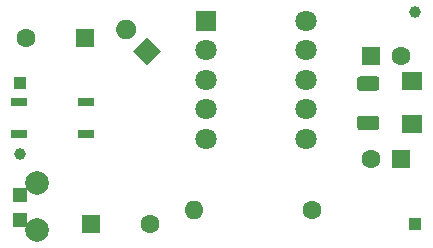
<source format=gbr>
%TF.GenerationSoftware,KiCad,Pcbnew,(5.1.12)-1*%
%TF.CreationDate,2022-05-04T12:53:07+05:30*%
%TF.ProjectId,5V3.5W,3556332e-3557-42e6-9b69-6361645f7063,rev?*%
%TF.SameCoordinates,Original*%
%TF.FileFunction,Soldermask,Top*%
%TF.FilePolarity,Negative*%
%FSLAX46Y46*%
G04 Gerber Fmt 4.6, Leading zero omitted, Abs format (unit mm)*
G04 Created by KiCad (PCBNEW (5.1.12)-1) date 2022-05-04 12:53:07*
%MOMM*%
%LPD*%
G01*
G04 APERTURE LIST*
%ADD10C,1.600000*%
%ADD11R,1.600000X1.600000*%
%ADD12O,1.600000X1.600000*%
%ADD13R,1.400000X0.800000*%
%ADD14R,1.200000X1.200000*%
%ADD15R,1.000000X1.000000*%
%ADD16C,1.000000*%
%ADD17R,1.800000X1.800000*%
%ADD18C,1.800000*%
%ADD19R,1.800000X1.500000*%
%ADD20C,2.000000*%
%ADD21C,0.100000*%
G04 APERTURE END LIST*
D10*
%TO.C,C1*%
X107500000Y-158000000D03*
D11*
X102500000Y-158000000D03*
%TD*%
%TO.C,C2*%
X102000000Y-142250000D03*
D10*
X97000000Y-142250000D03*
%TD*%
%TO.C,C5*%
X121250000Y-156750000D03*
D12*
X111250000Y-156750000D03*
%TD*%
D10*
%TO.C,C6*%
X128750000Y-143750000D03*
D11*
X126250000Y-143750000D03*
%TD*%
%TO.C,C7*%
X128750000Y-152500000D03*
D10*
X126250000Y-152500000D03*
%TD*%
D13*
%TO.C,D1*%
X96400000Y-150335000D03*
X102100000Y-150335000D03*
X102100000Y-147665000D03*
X96400000Y-147665000D03*
%TD*%
%TO.C,FB1*%
G36*
G01*
X126700000Y-150025000D02*
X125300000Y-150025000D01*
G75*
G02*
X125050000Y-149775000I0J250000D01*
G01*
X125050000Y-149050000D01*
G75*
G02*
X125300000Y-148800000I250000J0D01*
G01*
X126700000Y-148800000D01*
G75*
G02*
X126950000Y-149050000I0J-250000D01*
G01*
X126950000Y-149775000D01*
G75*
G02*
X126700000Y-150025000I-250000J0D01*
G01*
G37*
G36*
G01*
X126700000Y-146700000D02*
X125300000Y-146700000D01*
G75*
G02*
X125050000Y-146450000I0J250000D01*
G01*
X125050000Y-145725000D01*
G75*
G02*
X125300000Y-145475000I250000J0D01*
G01*
X126700000Y-145475000D01*
G75*
G02*
X126950000Y-145725000I0J-250000D01*
G01*
X126950000Y-146450000D01*
G75*
G02*
X126700000Y-146700000I-250000J0D01*
G01*
G37*
%TD*%
D14*
%TO.C,R1*%
X96500000Y-157600000D03*
X96500000Y-155500000D03*
%TD*%
D15*
%TO.C,TP1*%
X96500000Y-146000000D03*
%TD*%
D16*
%TO.C,TP2*%
X96500000Y-152000000D03*
%TD*%
D15*
%TO.C,TP3*%
X130000000Y-158000000D03*
%TD*%
D16*
%TO.C,TP4*%
X130000000Y-140000000D03*
%TD*%
D17*
%TO.C,U1*%
X112245000Y-140750000D03*
D18*
X112245000Y-143250000D03*
X112245000Y-145750000D03*
X112245000Y-148250000D03*
X112245000Y-150750000D03*
X120755000Y-150750000D03*
X120755000Y-148250000D03*
X120755000Y-145750000D03*
X120755000Y-143250000D03*
X120755000Y-140750000D03*
%TD*%
D19*
%TO.C,R7*%
X129750000Y-145900000D03*
X129750000Y-149500000D03*
%TD*%
D20*
%TO.C,L1*%
X98000000Y-158500000D03*
X98000000Y-154500000D03*
%TD*%
D21*
%TO.C,C4*%
G36*
X107296051Y-142093969D02*
G01*
X108498133Y-143296051D01*
X107296051Y-144498133D01*
X106093969Y-143296051D01*
X107296051Y-142093969D01*
G37*
G36*
G01*
X106101041Y-140898959D02*
X106101041Y-140898959D01*
G75*
G02*
X106101041Y-142101041I-601041J-601041D01*
G01*
X106101041Y-142101041D01*
G75*
G02*
X104898959Y-142101041I-601041J601041D01*
G01*
X104898959Y-142101041D01*
G75*
G02*
X104898959Y-140898959I601041J601041D01*
G01*
X104898959Y-140898959D01*
G75*
G02*
X106101041Y-140898959I601041J-601041D01*
G01*
G37*
%TD*%
M02*

</source>
